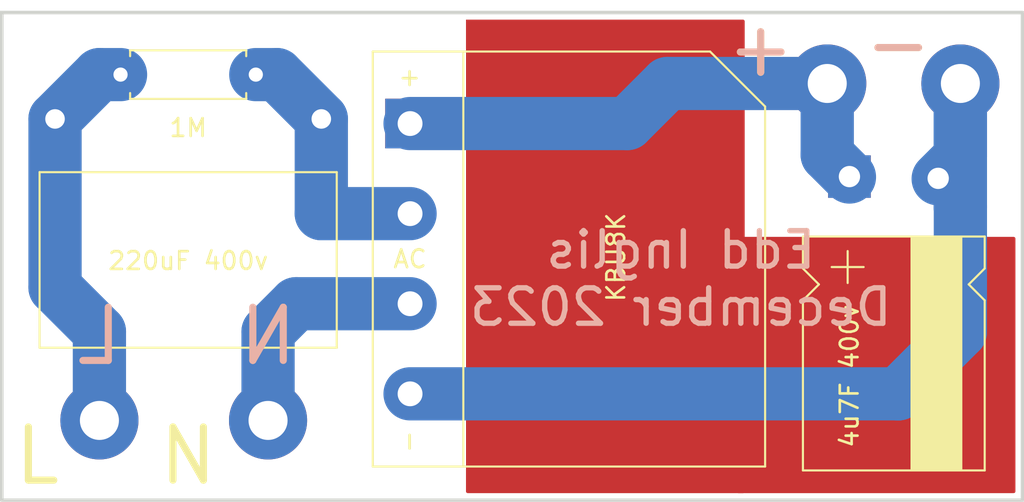
<source format=kicad_pcb>
(kicad_pcb (version 20211014) (generator pcbnew)
  (layers (0 "F.Cu" signal) (31 "B.Cu" signal) (34 "B.Paste" user) (35 "F.Paste" user) (36 "B.SilkS" user "B.Silkscreen") (37 "F.SilkS" user "F.Silkscreen") (38 "B.Mask" user) (39 "F.Mask" user) (44 "Edge.Cuts" user))
  (net 0 "")
  (net 1 "Net-(C101-Pad1)")
  (net 2 "Net-(C101-Pad2)")
  (net 3 "Net-(C102-Pad1)")
  (net 4 "Net-(C102-Pad2)")
  (net 5 "Net-(D101-Pad3)")
  (footprint "Diode_THT:Diode_Bridge_Vishay_KBU" (layer "F.Cu") (at 95.5 98.5 90)
    (fp_text reference "D101" hide)
    (fp_text value "KBU8K" (at 7.7 11.6 90) (layer "F.SilkS"))
    (fp_text user "AC" (at 7.6 0 unlocked) (layer "F.SilkS"))
    (fp_text user "-" (at -2.7 -0.1 90 unlocked) (layer "F.SilkS"))
    (fp_text user "+" (at 17.8 -0.1 90 unlocked) (layer "F.SilkS"))
    (fp_line (start 19.2 3) (end -4.1 3) (layer "F.SilkS") (width 0.12))
    (fp_line (start -4.1 20) (end 16.2 20) (layer "F.SilkS") (width 0.12))
    (fp_line (start 16.2 20) (end 19.3 16.9) (layer "F.SilkS") (width 0.12))
    (fp_line (start -4.1 -2.1) (end -4.1 20) (layer "F.SilkS") (width 0.12))
    (fp_line (start 19.3 16.9) (end 19.3 -2.1) (layer "F.SilkS") (width 0.12))
    (fp_line (start 19.3 -2.1) (end -4.1 -2.1) (layer "F.SilkS") (width 0.12))
    (pad "1" thru_hole rect (at 15.24 0 90) (size 2.8 2.8) (drill 1.4) (layers *.Cu *.Mask) (net 3 "Net-(C102-Pad1)"))
    (pad "2" thru_hole circle (at 10.16 0 90) (size 2.8 2.8) (drill 1.4) (layers *.Cu *.Mask) (net 1 "Net-(C101-Pad1)"))
    (pad "3" thru_hole circle (at 5.08 0 90) (size 2.8 2.8) (drill 1.4) (layers *.Cu *.Mask) (net 5 "Net-(D101-Pad3)"))
    (pad "4" thru_hole circle (at 0 0 90) (size 2.8 2.8) (drill 1.4) (layers *.Cu *.Mask) (net 4 "Net-(C102-Pad2)"))
  )
  (footprint "MountingHole:MountingHole_2.2mm_M2_Pad" (layer "F.Cu") (at 87.5 100)
    (fp_text reference "H102" hide)
    (fp_text value "AC neutral")
    (pad "1" thru_hole circle (at 0 0) (size 4.4 4.4) (drill 2.2) (layers *.Cu *.Mask) (net 5 "Net-(D101-Pad3)"))
  )
  (footprint "MountingHole:MountingHole_2.2mm_M2_Pad" (layer "F.Cu") (at 126.5 81 180)
    (fp_text reference "H104" hide)
    (fp_text value "Strip -")
    (pad "1" thru_hole circle (at 0 0 180) (size 4.4 4.4) (drill 2.2) (layers *.Cu *.Mask) (net 4 "Net-(C102-Pad2)"))
  )
  (footprint "Resistor_THT:R_Axial_DIN0207_L6.3mm_D2.5mm_P7.62mm_Horizontal" (layer "F.Cu") (at 79.19 80.5)
    (fp_text reference "R101" hide)
    (fp_text value "1M" (at 3.81 3) (layer "F.SilkS"))
    (fp_line (start 7.08 -1.37) (end 7.08 -1.04) (layer "F.SilkS") (width 0.12))
    (fp_line (start 0.54 1.37) (end 7.08 1.37) (layer "F.SilkS") (width 0.12))
    (fp_line (start 0.54 -1.04) (end 0.54 -1.37) (layer "F.SilkS") (width 0.12))
    (fp_line (start 7.08 1.37) (end 7.08 1.04) (layer "F.SilkS") (width 0.12))
    (fp_line (start 0.54 1.04) (end 0.54 1.37) (layer "F.SilkS") (width 0.12))
    (fp_line (start 0.54 -1.37) (end 7.08 -1.37) (layer "F.SilkS") (width 0.12))
    (pad "1" thru_hole circle (at 0 0) (size 1.6 1.6) (drill 0.8) (layers *.Cu *.Mask) (net 2 "Net-(C101-Pad2)"))
    (pad "2" thru_hole oval (at 7.62 0) (size 1.6 1.6) (drill 0.8) (layers *.Cu *.Mask) (net 1 "Net-(C101-Pad1)"))
  )
  (footprint "3805_Misc:CP_Radial_L13.0mm_D10.0mm_P5.00mm_Horizontal" (layer "F.Cu") (at 122.75 101.65 90)
    (fp_text reference "C102" hide)
    (fp_text value "4u7F 400v" (at 4.15 -2.5 90) (layer "F.SilkS"))
    (fp_line (start -1.17 -5.12) (end -1.17 5.12) (layer "F.SilkS") (width 0.12))
    (fp_line (start 12.02 5.12) (end 10.22 5.12) (layer "F.SilkS") (width 0.12))
    (fp_line (start 12.02 -5.12) (end 12.02 5.12) (layer "F.SilkS") (width 0.12))
    (fp_line (start 10.3 -3.5) (end 10.3 -1.7) (layer "F.SilkS") (width 0.12))
    (fp_line (start 9.32 4.22) (end 8.42 5.12) (layer "F.SilkS") (width 0.12))
    (fp_line (start 10.22 5.12) (end 9.32 4.22) (layer "F.SilkS") (width 0.12))
    (fp_line (start 8.42 5.12) (end -1.17 5.12) (layer "F.SilkS") (width 0.12))
    (fp_line (start 12.02 -5.12) (end 10.22 -5.12) (layer "F.SilkS") (width 0.12))
    (fp_line (start 11.2 -2.6) (end 9.4 -2.6) (layer "F.SilkS") (width 0.12))
    (fp_line (start 9.32 -4.22) (end 8.42 -5.12) (layer "F.SilkS") (width 0.12))
    (fp_line (start 10.22 -5.12) (end 9.32 -4.22) (layer "F.SilkS") (width 0.12))
    (fp_line (start 8.42 -5.12) (end -1.17 -5.12) (layer "F.SilkS") (width 0.12))
    (fp_rect (start 12 1) (end -1.1 3.8) (layer "F.SilkS") (width 0.12) (fill solid))
    (pad "1" thru_hole rect (at 15.4 -2.5 90) (size 2.4 2.4) (drill 1.2) (layers *.Cu *.Mask) (net 3 "Net-(C102-Pad1)"))
    (pad "2" thru_hole oval (at 15.3 2.5 90) (size 2.4 2.4) (drill 1.2) (layers *.Cu *.Mask) (net 4 "Net-(C102-Pad2)"))
  )
  (footprint "MountingHole:MountingHole_2.2mm_M2_Pad" (layer "F.Cu") (at 119 81)
    (fp_text reference "H103" hide)
    (fp_text value "Strip +")
    (pad "1" thru_hole circle (at 0 0) (size 4.4 4.4) (drill 2.2) (layers *.Cu *.Mask) (net 3 "Net-(C102-Pad1)"))
  )
  (footprint "Capacitor_THT:C_Rect_L16.5mm_W9.2mm_P15.00mm_MKT" (layer "F.Cu") (at 90.5 83 180)
    (fp_text reference "C101" hide)
    (fp_text value "220uF 400v" (at 7.5 -8) (layer "F.SilkS"))
    (fp_line (start -0.87 -3) (end 15.87 -3) (layer "F.SilkS") (width 0.12))
    (fp_line (start -0.87 -12.9) (end 15.87 -12.9) (layer "F.SilkS") (width 0.12))
    (fp_line (start -0.87 -12.9) (end -0.87 -3) (layer "F.SilkS") (width 0.12))
    (fp_line (start 15.87 -12.9) (end 15.87 -3) (layer "F.SilkS") (width 0.12))
    (pad "1" thru_hole circle (at 0 0 180) (size 2.2 2.2) (drill 1.1) (layers *.Cu *.Mask) (net 1 "Net-(C101-Pad1)"))
    (pad "2" thru_hole circle (at 15 0 180) (size 2.2 2.2) (drill 1.1) (layers *.Cu *.Mask) (net 2 "Net-(C101-Pad2)"))
  )
  (footprint "MountingHole:MountingHole_2.2mm_M2_Pad" (layer "F.Cu") (at 78 100)
    (fp_text reference "H101" hide)
    (fp_text value "AC live")
    (pad "1" thru_hole circle (at 0 0) (size 4.4 4.4) (drill 2.2) (layers *.Cu *.Mask) (net 2 "Net-(C101-Pad2)"))
  )
  (gr_rect (start 98.75 77.5) (end 114.25 104) (layer "F.Cu") (width 0.2) (fill solid))
  (gr_rect (start 114 89.75) (end 129.5 104) (layer "F.Cu") (width 0.2) (fill solid))
  (gr_rect (start 72.5 77) (end 130 104.5) (layer "Edge.Cuts") (width 0.2) (fill none))
  (gr_text "N" (at 87.5 95.25) (layer "B.SilkS") (effects (font (size 3 3) (thickness 0.4)) (justify mirror)))
  (gr_text "-" (at 123 78.75) (layer "B.SilkS") (effects (font (size 3 3) (thickness 0.4))))
  (gr_text "Edd Inglis\nDecember 2023" (at 110.75 92) (layer "B.SilkS") (effects (font (size 2 2) (thickness 0.3)) (justify mirror)))
  (gr_text "+" (at 115.25 79) (layer "B.SilkS") (effects (font (size 3 3) (thickness 0.4))))
  (gr_text "L" (at 78 95.25) (layer "B.SilkS") (effects (font (size 3 3) (thickness 0.4)) (justify mirror)))
  (gr_text "L" (at 74.5 102) (layer "F.SilkS") (effects (font (size 3 3) (thickness 0.4))))
  (gr_text "N" (at 83 102) (layer "F.SilkS") (effects (font (size 3 3) (thickness 0.4))))
  (gr_text "-" (at 123 78.75) (layer "F.SilkS") (effects (font (size 3 3) (thickness 0.4))))
  (gr_text "+" (at 115.25 79) (layer "F.SilkS") (effects (font (size 3 3) (thickness 0.4))))
  (segment (start 88 80.5) (end 90.5 83) (width 3) (layer "B.Cu") (net 1))
  (segment (start 86.81 80.5) (end 88 80.5) (width 3) (layer "B.Cu") (net 1))
  (segment (start 90.5 88.34) (end 90.5 83) (width 3) (layer "B.Cu") (net 1))
  (segment (start 95.5 88.34) (end 90.5 88.34) (width 3) (layer "B.Cu") (net 1))
  (segment (start 79.19 80.5) (end 78 80.5) (width 3) (layer "B.Cu") (net 2))
  (segment (start 78 80.5) (end 75.5 83) (width 3) (layer "B.Cu") (net 2))
  (segment (start 78 95) (end 78 100) (width 3) (layer "B.Cu") (net 2))
  (segment (start 75.5 83) (end 75.5 92.5) (width 3) (layer "B.Cu") (net 2))
  (segment (start 75.5 92.5) (end 78 95) (width 3) (layer "B.Cu") (net 2))
  (segment (start 107.74 83.26) (end 110 81) (width 3) (layer "B.Cu") (net 3))
  (segment (start 95.5 83.26) (end 107.74 83.26) (width 3) (layer "B.Cu") (net 3))
  (segment (start 119 81) (end 119 85.025) (width 3) (layer "B.Cu") (net 3))
  (segment (start 119 85.025) (end 120.25 86.275) (width 3) (layer "B.Cu") (net 3))
  (segment (start 110 81) (end 119 81) (width 3) (layer "B.Cu") (net 3))
  (segment (start 126.5 85.125) (end 125.25 86.375) (width 3) (layer "B.Cu") (net 4))
  (segment (start 123 98.5) (end 126.5 95) (width 3) (layer "B.Cu") (net 4))
  (segment (start 95.5 98.5) (end 123 98.5) (width 3) (layer "B.Cu") (net 4))
  (segment (start 126.5 87.875) (end 126.5 88) (width 3) (layer "B.Cu") (net 4))
  (segment (start 123 98.5) (end 125 96.5) (width 3) (layer "B.Cu") (net 4))
  (segment (start 126.5 88) (end 126.5 81) (width 3) (layer "B.Cu") (net 4))
  (segment (start 126.5 81) (end 126.5 85.125) (width 3) (layer "B.Cu") (net 4))
  (segment (start 126.5 95) (end 126.5 88) (width 3) (layer "B.Cu") (net 4))
  (segment (start 87.5 100) (end 87.5 95) (width 3) (layer "B.Cu") (net 5))
  (segment (start 89.08 93.42) (end 95.5 93.42) (width 3) (layer "B.Cu") (net 5))
  (segment (start 87.5 95) (end 89.08 93.42) (width 3) (layer "B.Cu") (net 5))
)
</source>
